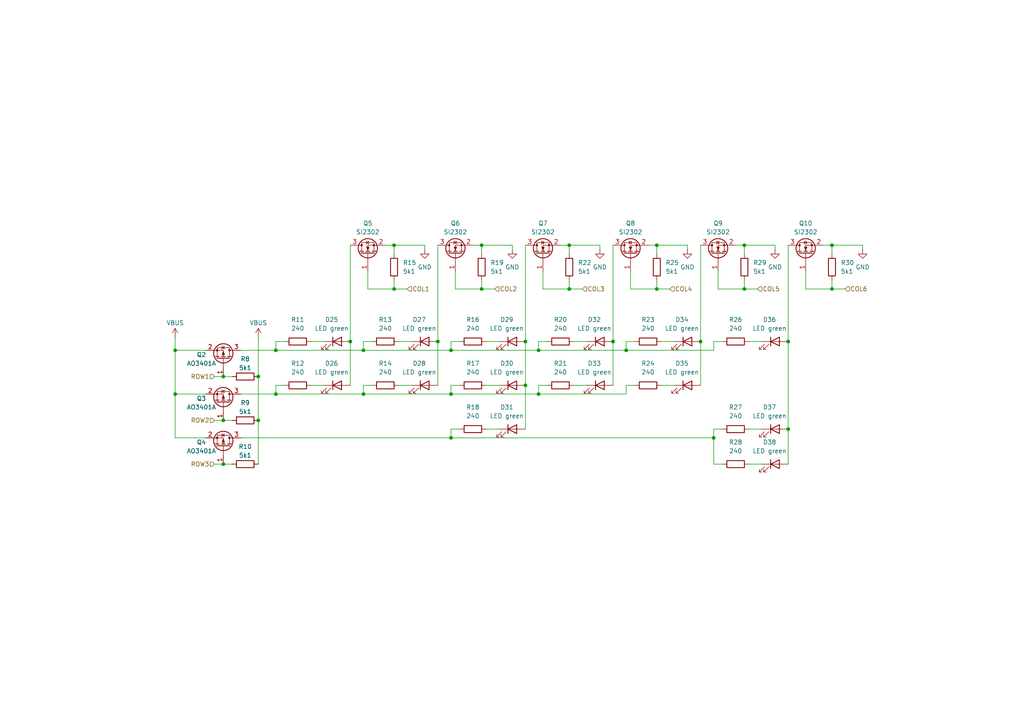
<source format=kicad_sch>
(kicad_sch (version 20231120) (generator "eeschema") (generator_version "8.0")
  (paper "A4")
  (lib_symbols
    (symbol "Device:LED" (pin_numbers hide) (pin_names (offset 1.016) hide)
      (property "Reference" "D" (at 0 2.54 0))
      (property "Value" "LED" (at 0 -2.54 0))
      (symbol "LED_0_1"
        (polyline (pts (xy -1.27 -1.27) (xy -1.27 1.27)) (stroke (width 0.254)))
        (polyline (pts (xy -1.27 0) (xy 1.27 0)))
        (polyline (pts (xy 1.27 -1.27) (xy 1.27 1.27) (xy -1.27 0) (xy 1.27 -1.27)) (stroke (width 0.254)))
        (polyline (pts (xy -3.048 -0.762) (xy -4.572 -2.286) (xy -3.81 -2.286) (xy -4.572 -2.286) (xy -4.572 -1.524)))
        (polyline (pts (xy -1.778 -0.762) (xy -3.302 -2.286) (xy -2.54 -2.286) (xy -3.302 -2.286) (xy -3.302 -1.524)))
      )
      (symbol "LED_1_1"
        (pin passive line (at -3.81 0 0) (length 2.54) (name "K") (number "1"))
        (pin passive line (at 3.81 0 180) (length 2.54) (name "A") (number "2"))
      )
    )
    (symbol "Device:R" (pin_numbers hide) (pin_names (offset 0))
      (property "Reference" "R" (at 2.032 0 90))
      (property "Value" "R" (at 0 0 90))
      (symbol "R_0_1"
        (rectangle (start -1.016 -2.54) (end 1.016 2.54) (stroke (width 0.254)))
      )
      (symbol "R_1_1"
        (pin passive line (at 0 3.81 270) (length 1.27) (name "~") (number "1"))
        (pin passive line (at 0 -3.81 90) (length 1.27) (name "~") (number "2"))
      )
    )
    (symbol "Transistor_FET:2N7002K" (pin_names hide)
      (property "Reference" "Q" (at 5.08 1.905 0))
      (property "Value" "2N7002K" (at 5.08 0 0))
      (symbol "2N7002K_0_1"
        (polyline (pts (xy 0.254 0) (xy -2.54 0)))
        (polyline (pts (xy 0.254 1.905) (xy 0.254 -1.905)) (stroke (width 0.254)))
        (polyline (pts (xy 0.762 -1.27) (xy 0.762 -2.286)) (stroke (width 0.254)))
        (polyline (pts (xy 0.762 0.508) (xy 0.762 -0.508)) (stroke (width 0.254)))
        (polyline (pts (xy 0.762 2.286) (xy 0.762 1.27)) (stroke (width 0.254)))
        (polyline (pts (xy 2.54 2.54) (xy 2.54 1.778)))
        (polyline (pts (xy 2.54 -2.54) (xy 2.54 0) (xy 0.762 0)))
        (polyline (pts (xy 0.762 -1.778) (xy 3.302 -1.778) (xy 3.302 1.778) (xy 0.762 1.778)))
        (polyline (pts (xy 1.016 0) (xy 2.032 0.381) (xy 2.032 -0.381) (xy 1.016 0)) (fill (type outline)))
        (polyline (pts (xy 2.794 0.508) (xy 2.921 0.381) (xy 3.683 0.381) (xy 3.81 0.254)))
        (polyline (pts (xy 3.302 0.381) (xy 2.921 -0.254) (xy 3.683 -0.254) (xy 3.302 0.381)))
        (circle (center 1.651 0) (radius 2.794) (stroke (width 0.254)))
        (circle (center 2.54 -1.778) (radius 0.254) (fill (type outline)))
        (circle (center 2.54 1.778) (radius 0.254) (fill (type outline)))
      )
      (symbol "2N7002K_1_1"
        (pin input line (at -5.08 0 0) (length 2.54) (name "G") (number "1"))
        (pin passive line (at 2.54 -5.08 90) (length 2.54) (name "S") (number "2"))
        (pin passive line (at 2.54 5.08 270) (length 2.54) (name "D") (number "3"))
      )
    )
    (symbol "Transistor_FET:AO3401A" (pin_names hide)
      (property "Reference" "Q" (at 5.08 1.905 0))
      (property "Value" "AO3401A" (at 5.08 0 0))
      (symbol "AO3401A_0_1"
        (polyline (pts (xy 0.254 0) (xy -2.54 0)))
        (polyline (pts (xy 0.254 1.905) (xy 0.254 -1.905)) (stroke (width 0.254)))
        (polyline (pts (xy 0.762 -1.27) (xy 0.762 -2.286)) (stroke (width 0.254)))
        (polyline (pts (xy 0.762 0.508) (xy 0.762 -0.508)) (stroke (width 0.254)))
        (polyline (pts (xy 0.762 2.286) (xy 0.762 1.27)) (stroke (width 0.254)))
        (polyline (pts (xy 2.54 2.54) (xy 2.54 1.778)))
        (polyline (pts (xy 2.54 -2.54) (xy 2.54 0) (xy 0.762 0)))
        (polyline (pts (xy 0.762 1.778) (xy 3.302 1.778) (xy 3.302 -1.778) (xy 0.762 -1.778)))
        (polyline (pts (xy 2.286 0) (xy 1.27 0.381) (xy 1.27 -0.381) (xy 2.286 0)) (fill (type outline)))
        (polyline (pts (xy 2.794 -0.508) (xy 2.921 -0.381) (xy 3.683 -0.381) (xy 3.81 -0.254)))
        (polyline (pts (xy 3.302 -0.381) (xy 2.921 0.254) (xy 3.683 0.254) (xy 3.302 -0.381)))
        (circle (center 1.651 0) (radius 2.794) (stroke (width 0.254)))
        (circle (center 2.54 -1.778) (radius 0.254) (fill (type outline)))
        (circle (center 2.54 1.778) (radius 0.254) (fill (type outline)))
      )
      (symbol "AO3401A_1_1"
        (pin input line (at -5.08 0 0) (length 2.54) (name "G") (number "1"))
        (pin passive line (at 2.54 -5.08 90) (length 2.54) (name "S") (number "2"))
        (pin passive line (at 2.54 5.08 270) (length 2.54) (name "D") (number "3"))
      )
    )
    (symbol "VBUS_1" (power) (pin_numbers hide) (pin_names (offset 0) hide)
      (property "Value" "VBUS" (at 0 3.556 0))
      (symbol "VBUS_1_0_1"
        (polyline (pts (xy -0.762 1.27) (xy 0 2.54)))
        (polyline (pts (xy 0 0) (xy 0 2.54)))
        (polyline (pts (xy 0 2.54) (xy 0.762 1.27)))
      )
      (symbol "VBUS_1_1_1"
        (pin power_in line (at 0 0 90) (length 0) (name "~") (number "1"))
      )
    )
    (symbol "power:GND" (power) (pin_numbers hide) (pin_names (offset 0) hide)
      (property "Value" "GND" (at 0 -3.81 0))
      (symbol "GND_0_1"
        (polyline (pts (xy 0 0) (xy 0 -1.27) (xy 1.27 -1.27) (xy 0 -2.54) (xy -1.27 -1.27) (xy 0 -1.27)))
      )
      (symbol "GND_1_1"
        (pin power_in line (at 0 0 270) (length 0) (name "~") (number "1"))
      )
    )
    (symbol "power:VBUS" (power) (pin_numbers hide) (pin_names (offset 0) hide)
      (property "Value" "VBUS" (at 0 3.556 0))
      (symbol "VBUS_0_1"
        (polyline (pts (xy -0.762 1.27) (xy 0 2.54)))
        (polyline (pts (xy 0 0) (xy 0 2.54)))
        (polyline (pts (xy 0 2.54) (xy 0.762 1.27)))
      )
      (symbol "VBUS_1_1"
        (pin power_in line (at 0 0 90) (length 0) (name "~") (number "1"))
      )
    )
  )
  (junction (at 152.4 111.76))
  (junction (at 190.5 71.12))
  (junction (at 50.8 114.3))
  (junction (at 215.9 83.82))
  (junction (at 101.6 99.06))
  (junction (at 228.6 99.06))
  (junction (at 139.7 71.12))
  (junction (at 215.9 71.12))
  (junction (at 181.61 101.6))
  (junction (at 127 99.06))
  (junction (at 207.01 127))
  (junction (at 190.5 83.82))
  (junction (at 105.41 101.6))
  (junction (at 105.41 114.3))
  (junction (at 74.93 121.92))
  (junction (at 156.21 114.3))
  (junction (at 64.77 121.92))
  (junction (at 139.7 83.82))
  (junction (at 130.81 101.6))
  (junction (at 241.3 83.82))
  (junction (at 114.3 71.12))
  (junction (at 228.6 124.46))
  (junction (at 80.01 114.3))
  (junction (at 80.01 101.6))
  (junction (at 64.77 109.22))
  (junction (at 156.21 101.6))
  (junction (at 152.4 99.06))
  (junction (at 130.81 127))
  (junction (at 50.8 101.6))
  (junction (at 114.3 83.82))
  (junction (at 177.8 99.06))
  (junction (at 165.1 83.82))
  (junction (at 74.93 109.22))
  (junction (at 130.81 114.3))
  (junction (at 165.1 71.12))
  (junction (at 241.3 71.12))
  (junction (at 203.2 99.06))
  (junction (at 64.77 134.62))
  (wire (pts (xy 157.48 78.74) (xy 157.48 83.82)))
  (wire (pts (xy 181.61 111.76) (xy 181.61 114.3)))
  (wire (pts (xy 190.5 71.12) (xy 190.5 73.66)))
  (wire (pts (xy 250.19 72.39) (xy 250.19 71.12)))
  (wire (pts (xy 69.85 101.6) (xy 80.01 101.6)))
  (wire (pts (xy 140.97 99.06) (xy 144.78 99.06)))
  (wire (pts (xy 130.81 99.06) (xy 130.81 101.6)))
  (wire (pts (xy 80.01 99.06) (xy 82.55 99.06)))
  (wire (pts (xy 228.6 71.12) (xy 228.6 99.06)))
  (wire (pts (xy 50.8 114.3) (xy 50.8 101.6)))
  (wire (pts (xy 59.69 127) (xy 50.8 127)))
  (wire (pts (xy 140.97 124.46) (xy 144.78 124.46)))
  (wire (pts (xy 132.08 83.82) (xy 139.7 83.82)))
  (wire (pts (xy 130.81 101.6) (xy 156.21 101.6)))
  (wire (pts (xy 90.17 111.76) (xy 93.98 111.76)))
  (wire (pts (xy 177.8 71.12) (xy 177.8 99.06)))
  (wire (pts (xy 139.7 83.82) (xy 143.51 83.82)))
  (wire (pts (xy 156.21 101.6) (xy 181.61 101.6)))
  (wire (pts (xy 241.3 71.12) (xy 241.3 73.66)))
  (wire (pts (xy 165.1 71.12) (xy 173.99 71.12)))
  (wire (pts (xy 114.3 71.12) (xy 123.19 71.12)))
  (wire (pts (xy 130.81 127) (xy 207.01 127)))
  (wire (pts (xy 59.69 114.3) (xy 50.8 114.3)))
  (wire (pts (xy 62.23 109.22) (xy 64.77 109.22)))
  (wire (pts (xy 130.81 99.06) (xy 133.35 99.06)))
  (wire (pts (xy 69.85 114.3) (xy 80.01 114.3)))
  (wire (pts (xy 105.41 114.3) (xy 130.81 114.3)))
  (wire (pts (xy 207.01 124.46) (xy 207.01 127)))
  (wire (pts (xy 190.5 81.28) (xy 190.5 83.82)))
  (wire (pts (xy 50.8 127) (xy 50.8 114.3)))
  (wire (pts (xy 173.99 72.39) (xy 173.99 71.12)))
  (wire (pts (xy 50.8 97.79) (xy 50.8 101.6)))
  (wire (pts (xy 162.56 71.12) (xy 165.1 71.12)))
  (wire (pts (xy 199.39 72.39) (xy 199.39 71.12)))
  (wire (pts (xy 152.4 99.06) (xy 152.4 111.76)))
  (wire (pts (xy 130.81 111.76) (xy 130.81 114.3)))
  (wire (pts (xy 156.21 111.76) (xy 158.75 111.76)))
  (wire (pts (xy 207.01 124.46) (xy 209.55 124.46)))
  (wire (pts (xy 156.21 99.06) (xy 156.21 101.6)))
  (wire (pts (xy 182.88 83.82) (xy 190.5 83.82)))
  (wire (pts (xy 241.3 71.12) (xy 250.19 71.12)))
  (wire (pts (xy 115.57 111.76) (xy 119.38 111.76)))
  (wire (pts (xy 140.97 111.76) (xy 144.78 111.76)))
  (wire (pts (xy 74.93 97.79) (xy 74.93 109.22)))
  (wire (pts (xy 215.9 71.12) (xy 224.79 71.12)))
  (wire (pts (xy 215.9 81.28) (xy 215.9 83.82)))
  (wire (pts (xy 191.77 99.06) (xy 195.58 99.06)))
  (wire (pts (xy 62.23 121.92) (xy 64.77 121.92)))
  (wire (pts (xy 228.6 124.46) (xy 228.6 134.62)))
  (wire (pts (xy 69.85 127) (xy 130.81 127)))
  (wire (pts (xy 130.81 111.76) (xy 133.35 111.76)))
  (wire (pts (xy 105.41 101.6) (xy 130.81 101.6)))
  (wire (pts (xy 90.17 99.06) (xy 93.98 99.06)))
  (wire (pts (xy 114.3 81.28) (xy 114.3 83.82)))
  (wire (pts (xy 64.77 121.92) (xy 67.31 121.92)))
  (wire (pts (xy 132.08 78.74) (xy 132.08 83.82)))
  (wire (pts (xy 115.57 99.06) (xy 119.38 99.06)))
  (wire (pts (xy 233.68 83.82) (xy 241.3 83.82)))
  (wire (pts (xy 165.1 81.28) (xy 165.1 83.82)))
  (wire (pts (xy 215.9 83.82) (xy 219.71 83.82)))
  (wire (pts (xy 148.59 72.39) (xy 148.59 71.12)))
  (wire (pts (xy 80.01 99.06) (xy 80.01 101.6)))
  (wire (pts (xy 80.01 111.76) (xy 80.01 114.3)))
  (wire (pts (xy 207.01 134.62) (xy 207.01 127)))
  (wire (pts (xy 152.4 71.12) (xy 152.4 99.06)))
  (wire (pts (xy 166.37 99.06) (xy 170.18 99.06)))
  (wire (pts (xy 165.1 71.12) (xy 165.1 73.66)))
  (wire (pts (xy 181.61 111.76) (xy 184.15 111.76)))
  (wire (pts (xy 74.93 121.92) (xy 74.93 134.62)))
  (wire (pts (xy 190.5 83.82) (xy 194.31 83.82)))
  (wire (pts (xy 105.41 99.06) (xy 107.95 99.06)))
  (wire (pts (xy 208.28 78.74) (xy 208.28 83.82)))
  (wire (pts (xy 207.01 99.06) (xy 209.55 99.06)))
  (wire (pts (xy 74.93 109.22) (xy 74.93 121.92)))
  (wire (pts (xy 156.21 111.76) (xy 156.21 114.3)))
  (wire (pts (xy 233.68 78.74) (xy 233.68 83.82)))
  (wire (pts (xy 137.16 71.12) (xy 139.7 71.12)))
  (wire (pts (xy 64.77 134.62) (xy 67.31 134.62)))
  (wire (pts (xy 106.68 78.74) (xy 106.68 83.82)))
  (wire (pts (xy 130.81 124.46) (xy 130.81 127)))
  (wire (pts (xy 105.41 111.76) (xy 105.41 114.3)))
  (wire (pts (xy 165.1 83.82) (xy 168.91 83.82)))
  (wire (pts (xy 105.41 99.06) (xy 105.41 101.6)))
  (wire (pts (xy 203.2 71.12) (xy 203.2 99.06)))
  (wire (pts (xy 157.48 83.82) (xy 165.1 83.82)))
  (wire (pts (xy 139.7 71.12) (xy 148.59 71.12)))
  (wire (pts (xy 181.61 99.06) (xy 181.61 101.6)))
  (wire (pts (xy 209.55 134.62) (xy 207.01 134.62)))
  (wire (pts (xy 181.61 99.06) (xy 184.15 99.06)))
  (wire (pts (xy 156.21 114.3) (xy 181.61 114.3)))
  (wire (pts (xy 101.6 99.06) (xy 101.6 111.76)))
  (wire (pts (xy 127 99.06) (xy 127 111.76)))
  (wire (pts (xy 182.88 78.74) (xy 182.88 83.82)))
  (wire (pts (xy 203.2 99.06) (xy 203.2 111.76)))
  (wire (pts (xy 130.81 124.46) (xy 133.35 124.46)))
  (wire (pts (xy 111.76 71.12) (xy 114.3 71.12)))
  (wire (pts (xy 217.17 124.46) (xy 220.98 124.46)))
  (wire (pts (xy 224.79 72.39) (xy 224.79 71.12)))
  (wire (pts (xy 213.36 71.12) (xy 215.9 71.12)))
  (wire (pts (xy 101.6 71.12) (xy 101.6 99.06)))
  (wire (pts (xy 139.7 81.28) (xy 139.7 83.82)))
  (wire (pts (xy 106.68 83.82) (xy 114.3 83.82)))
  (wire (pts (xy 130.81 114.3) (xy 156.21 114.3)))
  (wire (pts (xy 114.3 83.82) (xy 118.11 83.82)))
  (wire (pts (xy 80.01 114.3) (xy 105.41 114.3)))
  (wire (pts (xy 156.21 99.06) (xy 158.75 99.06)))
  (wire (pts (xy 228.6 99.06) (xy 228.6 124.46)))
  (wire (pts (xy 215.9 71.12) (xy 215.9 73.66)))
  (wire (pts (xy 207.01 99.06) (xy 207.01 101.6)))
  (wire (pts (xy 62.23 134.62) (xy 64.77 134.62)))
  (wire (pts (xy 181.61 101.6) (xy 207.01 101.6)))
  (wire (pts (xy 241.3 81.28) (xy 241.3 83.82)))
  (wire (pts (xy 64.77 109.22) (xy 67.31 109.22)))
  (wire (pts (xy 80.01 101.6) (xy 105.41 101.6)))
  (wire (pts (xy 190.5 71.12) (xy 199.39 71.12)))
  (wire (pts (xy 50.8 101.6) (xy 59.69 101.6)))
  (wire (pts (xy 187.96 71.12) (xy 190.5 71.12)))
  (wire (pts (xy 166.37 111.76) (xy 170.18 111.76)))
  (wire (pts (xy 152.4 111.76) (xy 152.4 124.46)))
  (wire (pts (xy 177.8 99.06) (xy 177.8 111.76)))
  (wire (pts (xy 139.7 71.12) (xy 139.7 73.66)))
  (wire (pts (xy 114.3 71.12) (xy 114.3 73.66)))
  (wire (pts (xy 241.3 83.82) (xy 245.11 83.82)))
  (wire (pts (xy 127 71.12) (xy 127 99.06)))
  (wire (pts (xy 105.41 111.76) (xy 107.95 111.76)))
  (wire (pts (xy 80.01 111.76) (xy 82.55 111.76)))
  (wire (pts (xy 191.77 111.76) (xy 195.58 111.76)))
  (wire (pts (xy 208.28 83.82) (xy 215.9 83.82)))
  (wire (pts (xy 123.19 72.39) (xy 123.19 71.12)))
  (wire (pts (xy 238.76 71.12) (xy 241.3 71.12)))
  (wire (pts (xy 217.17 99.06) (xy 220.98 99.06)))
  (wire (pts (xy 217.17 134.62) (xy 220.98 134.62)))
  (hierarchical_label "COL4" (shape input) (at 194.31 83.82 0))
  (hierarchical_label "COL3" (shape input) (at 168.91 83.82 0))
  (hierarchical_label "COL6" (shape input) (at 245.11 83.82 0))
  (hierarchical_label "COL2" (shape input) (at 143.51 83.82 0))
  (hierarchical_label "ROW2" (shape input) (at 62.23 121.92 180))
  (hierarchical_label "ROW3" (shape input) (at 62.23 134.62 180))
  (hierarchical_label "COL5" (shape input) (at 219.71 83.82 0))
  (hierarchical_label "ROW1" (shape input) (at 62.23 109.22 180))
  (hierarchical_label "COL1" (shape input) (at 118.11 83.82 0))
  (symbol (lib_id "Device:R") (at 137.16 124.46 90) (unit 1)
    (property "Reference" "R18" (at 137.16 118.11 90))
    (property "Value" "240" (at 137.16 120.65 90))
    (property "Footprint" "Resistor_SMD:R_0805_2012Metric" (effects (hide yes)))
    (property "Datasheet" "https://www.lcsc.com/datasheet/lcsc_datasheet_2206010200_UNI-ROYAL-Uniroyal-Elec-0805W8F2400T5E_C17572.pdf" (effects (hide yes)))
    (property "JLCPCB Part" "C17572" (effects (hide yes)))
    (property "Manufracturer" "UNI-ROYAL(Uniroyal Elec)" (effects (hide yes)))
    (property "Manufracturer Part Number" "0805W8F2400T5E" (effects (hide yes)))
  )
  (symbol (lib_id "Device:R") (at 139.7 77.47 180) (unit 1)
    (property "Reference" "R19" (at 142.24 76.2 0) (effects (justify right)))
    (property "Value" "5k1" (at 142.24 78.74 0) (effects (justify right)))
    (property "Footprint" "Resistor_SMD:R_0603_1608Metric" (effects (hide yes)))
    (property "Datasheet" "https://www.lcsc.com/datasheet/lcsc_datasheet_2206010116_UNI-ROYAL-Uniroyal-Elec-0603WAF5101T5E_C23186.pdf" (effects (hide yes)))
    (property "JLCPCB Part" "C23186" (effects (hide yes)))
    (property "Manufracturer" "UNI-ROYAL(Uniroyal Elec)" (effects (hide yes)))
    (property "Manufracturer Part Number" "0603WAF5101T5E" (effects (hide yes)))
  )
  (symbol (lib_id "power:GND") (at 173.99 72.39 0) (unit 1)
    (property "Reference" "#PWR014" (effects (hide yes)))
    (property "Value" "GND" (at 173.99 77.47 0))
    (property "Description" "Power symbol creates a global label with name \"GND\" , ground" (effects (hide yes)))
  )
  (symbol (lib_name "VBUS_1") (lib_id "power:VBUS") (at 50.8 97.79 0) (unit 1)
    (property "Reference" "#PWR010" (effects (hide yes)))
    (property "Value" "VBUS" (at 50.8 93.6569 0))
    (property "Description" "Power symbol creates a global label with name \"VBUS\"" (effects (hide yes)))
  )
  (symbol (lib_id "Transistor_FET:2N7002K") (at 157.48 73.66 90) (unit 1)
    (property "Reference" "Q7" (at 157.48 64.77 90))
    (property "Value" "SI2302" (at 157.48 67.31 90))
    (property "Footprint" "Package_TO_SOT_SMD:SOT-23" (effects (hide yes)))
    (property "Datasheet" "https://www.diodes.com/assets/Datasheets/ds30896.pdf" (effects (hide yes)))
    (property "Description" "0.38A Id, 60V Vds, N-Channel MOSFET, SOT-23" (effects (hide yes)))
    (property "Manufracturer" "YONGYUTAI" (effects (hide yes)))
    (property "Manufracturer Part Number" "SI2302" (effects (hide yes)))
    (property "JLCPCB Part" "C2891732" (effects (hide yes)))
  )
  (symbol (lib_id "Device:LED") (at 173.99 111.76 0) (unit 1)
    (property "Reference" "D33" (at 172.4025 105.41 0))
    (property "Value" "LED green" (at 172.4025 107.95 0))
    (property "Footprint" "LED_SMD:LED_0805_2012Metric" (effects (hide yes)))
    (property "Datasheet" "https://www.lcsc.com/datasheet/lcsc_datasheet_2402181505_XINGLIGHT-XL-2012SYGC_C965816.pdf" (effects (hide yes)))
    (property "JLCPCB Part" "C965816" (effects (hide yes)))
    (property "Manufracturer" "XINGLIGHT" (effects (hide yes)))
    (property "Manufracturer Part Number" "XL-2012SYGC" (effects (hide yes)))
  )
  (symbol (lib_id "Device:R") (at 111.76 99.06 90) (unit 1)
    (property "Reference" "R13" (at 111.76 92.71 90))
    (property "Value" "240" (at 111.76 95.25 90))
    (property "Footprint" "Resistor_SMD:R_0805_2012Metric" (effects (hide yes)))
    (property "Datasheet" "https://www.lcsc.com/datasheet/lcsc_datasheet_2206010200_UNI-ROYAL-Uniroyal-Elec-0805W8F2400T5E_C17572.pdf" (effects (hide yes)))
    (property "JLCPCB Part" "C17572" (effects (hide yes)))
    (property "Manufracturer" "UNI-ROYAL(Uniroyal Elec)" (effects (hide yes)))
    (property "Manufracturer Part Number" "0805W8F2400T5E" (effects (hide yes)))
  )
  (symbol (lib_id "Device:LED") (at 224.79 124.46 0) (unit 1)
    (property "Reference" "D37" (at 223.2025 118.11 0))
    (property "Value" "LED green" (at 223.2025 120.65 0))
    (property "Footprint" "LED_SMD:LED_0805_2012Metric" (effects (hide yes)))
    (property "Datasheet" "https://www.lcsc.com/datasheet/lcsc_datasheet_2402181505_XINGLIGHT-XL-2012SYGC_C965816.pdf" (effects (hide yes)))
    (property "JLCPCB Part" "C965816" (effects (hide yes)))
    (property "Manufracturer" "XINGLIGHT" (effects (hide yes)))
    (property "Manufracturer Part Number" "XL-2012SYGC" (effects (hide yes)))
  )
  (symbol (lib_id "Device:LED") (at 173.99 99.06 0) (unit 1)
    (property "Reference" "D32" (at 172.4025 92.71 0))
    (property "Value" "LED green" (at 172.4025 95.25 0))
    (property "Footprint" "LED_SMD:LED_0805_2012Metric" (effects (hide yes)))
    (property "Datasheet" "https://www.lcsc.com/datasheet/lcsc_datasheet_2402181505_XINGLIGHT-XL-2012SYGC_C965816.pdf" (effects (hide yes)))
    (property "JLCPCB Part" "C965816" (effects (hide yes)))
    (property "Manufracturer" "XINGLIGHT" (effects (hide yes)))
    (property "Manufracturer Part Number" "XL-2012SYGC" (effects (hide yes)))
  )
  (symbol (lib_id "Transistor_FET:2N7002K") (at 208.28 73.66 90) (unit 1)
    (property "Reference" "Q9" (at 208.28 64.77 90))
    (property "Value" "SI2302" (at 208.28 67.31 90))
    (property "Footprint" "Package_TO_SOT_SMD:SOT-23" (effects (hide yes)))
    (property "Datasheet" "https://www.diodes.com/assets/Datasheets/ds30896.pdf" (effects (hide yes)))
    (property "Description" "0.38A Id, 60V Vds, N-Channel MOSFET, SOT-23" (effects (hide yes)))
    (property "Manufracturer" "YONGYUTAI" (effects (hide yes)))
    (property "Manufracturer Part Number" "SI2302" (effects (hide yes)))
    (property "JLCPCB Part" "C2891732" (effects (hide yes)))
  )
  (symbol (lib_id "Device:R") (at 111.76 111.76 90) (unit 1)
    (property "Reference" "R14" (at 111.76 105.41 90))
    (property "Value" "240" (at 111.76 107.95 90))
    (property "Footprint" "Resistor_SMD:R_0805_2012Metric" (effects (hide yes)))
    (property "Datasheet" "https://www.lcsc.com/datasheet/lcsc_datasheet_2206010200_UNI-ROYAL-Uniroyal-Elec-0805W8F2400T5E_C17572.pdf" (effects (hide yes)))
    (property "JLCPCB Part" "C17572" (effects (hide yes)))
    (property "Manufracturer" "UNI-ROYAL(Uniroyal Elec)" (effects (hide yes)))
    (property "Manufracturer Part Number" "0805W8F2400T5E" (effects (hide yes)))
  )
  (symbol (lib_id "Device:R") (at 241.3 77.47 180) (unit 1)
    (property "Reference" "R30" (at 243.84 76.2 0) (effects (justify right)))
    (property "Value" "5k1" (at 243.84 78.74 0) (effects (justify right)))
    (property "Footprint" "Resistor_SMD:R_0603_1608Metric" (effects (hide yes)))
    (property "Datasheet" "https://www.lcsc.com/datasheet/lcsc_datasheet_2206010116_UNI-ROYAL-Uniroyal-Elec-0603WAF5101T5E_C23186.pdf" (effects (hide yes)))
    (property "JLCPCB Part" "C23186" (effects (hide yes)))
    (property "Manufracturer" "UNI-ROYAL(Uniroyal Elec)" (effects (hide yes)))
    (property "Manufracturer Part Number" "0603WAF5101T5E" (effects (hide yes)))
  )
  (symbol (lib_id "power:GND") (at 250.19 72.39 0) (unit 1)
    (property "Reference" "#PWR017" (effects (hide yes)))
    (property "Value" "GND" (at 250.19 77.47 0))
    (property "Description" "Power symbol creates a global label with name \"GND\" , ground" (effects (hide yes)))
  )
  (symbol (lib_id "Device:LED") (at 148.59 124.46 0) (unit 1)
    (property "Reference" "D31" (at 147.0025 118.11 0))
    (property "Value" "LED green" (at 147.0025 120.65 0))
    (property "Footprint" "LED_SMD:LED_0805_2012Metric" (effects (hide yes)))
    (property "Datasheet" "https://www.lcsc.com/datasheet/lcsc_datasheet_2402181505_XINGLIGHT-XL-2012SYGC_C965816.pdf" (effects (hide yes)))
    (property "JLCPCB Part" "C965816" (effects (hide yes)))
    (property "Manufracturer" "XINGLIGHT" (effects (hide yes)))
    (property "Manufracturer Part Number" "XL-2012SYGC" (effects (hide yes)))
  )
  (symbol (lib_id "Device:LED") (at 224.79 134.62 0) (unit 1)
    (property "Reference" "D38" (at 223.2025 128.27 0))
    (property "Value" "LED green" (at 223.2025 130.81 0))
    (property "Footprint" "LED_SMD:LED_0805_2012Metric" (effects (hide yes)))
    (property "Datasheet" "https://www.lcsc.com/datasheet/lcsc_datasheet_2402181505_XINGLIGHT-XL-2012SYGC_C965816.pdf" (effects (hide yes)))
    (property "JLCPCB Part" "C965816" (effects (hide yes)))
    (property "Manufracturer" "XINGLIGHT" (effects (hide yes)))
    (property "Manufracturer Part Number" "XL-2012SYGC" (effects (hide yes)))
  )
  (symbol (lib_id "power:GND") (at 199.39 72.39 0) (unit 1)
    (property "Reference" "#PWR015" (effects (hide yes)))
    (property "Value" "GND" (at 199.39 77.47 0))
    (property "Description" "Power symbol creates a global label with name \"GND\" , ground" (effects (hide yes)))
  )
  (symbol (lib_id "Device:LED") (at 199.39 99.06 0) (unit 1)
    (property "Reference" "D34" (at 197.8025 92.71 0))
    (property "Value" "LED green" (at 197.8025 95.25 0))
    (property "Footprint" "LED_SMD:LED_0805_2012Metric" (effects (hide yes)))
    (property "Datasheet" "https://www.lcsc.com/datasheet/lcsc_datasheet_2402181505_XINGLIGHT-XL-2012SYGC_C965816.pdf" (effects (hide yes)))
    (property "JLCPCB Part" "C965816" (effects (hide yes)))
    (property "Manufracturer" "XINGLIGHT" (effects (hide yes)))
    (property "Manufracturer Part Number" "XL-2012SYGC" (effects (hide yes)))
  )
  (symbol (lib_id "Device:R") (at 86.36 99.06 90) (unit 1)
    (property "Reference" "R11" (at 86.36 92.71 90))
    (property "Value" "240" (at 86.36 95.25 90))
    (property "Footprint" "Resistor_SMD:R_0805_2012Metric" (effects (hide yes)))
    (property "Datasheet" "https://www.lcsc.com/datasheet/lcsc_datasheet_2206010200_UNI-ROYAL-Uniroyal-Elec-0805W8F2400T5E_C17572.pdf" (effects (hide yes)))
    (property "JLCPCB Part" "C17572" (effects (hide yes)))
    (property "Manufracturer" "UNI-ROYAL(Uniroyal Elec)" (effects (hide yes)))
    (property "Manufracturer Part Number" "0805W8F2400T5E" (effects (hide yes)))
  )
  (symbol (lib_id "Transistor_FET:AO3401A") (at 64.77 104.14 270) (mirror x) (unit 1)
    (property "Reference" "Q2" (at 58.42 102.87 90))
    (property "Value" "AO3401A" (at 58.42 105.41 90))
    (property "Footprint" "Package_TO_SOT_SMD:SOT-23" (effects (hide yes)))
    (property "Datasheet" "http://www.aosmd.com/pdfs/datasheet/AO3401A.pdf" (effects (hide yes)))
    (property "Description" "-4.0A Id, -30V Vds, P-Channel MOSFET, SOT-23" (effects (hide yes)))
    (property "JLCPCB Part" "C2891730" (effects (hide yes)))
    (property "Manufracturer" "YONGYUTAI" (effects (hide yes)))
    (property "Manufracturer Part Number" "AO3401" (effects (hide yes)))
  )
  (symbol (lib_id "Device:R") (at 213.36 99.06 90) (unit 1)
    (property "Reference" "R26" (at 213.36 92.71 90))
    (property "Value" "240" (at 213.36 95.25 90))
    (property "Footprint" "Resistor_SMD:R_0805_2012Metric" (effects (hide yes)))
    (property "Datasheet" "https://www.lcsc.com/datasheet/lcsc_datasheet_2206010200_UNI-ROYAL-Uniroyal-Elec-0805W8F2400T5E_C17572.pdf" (effects (hide yes)))
    (property "JLCPCB Part" "C17572" (effects (hide yes)))
    (property "Manufracturer" "UNI-ROYAL(Uniroyal Elec)" (effects (hide yes)))
    (property "Manufracturer Part Number" "0805W8F2400T5E" (effects (hide yes)))
  )
  (symbol (lib_id "Transistor_FET:AO3401A") (at 64.77 116.84 270) (mirror x) (unit 1)
    (property "Reference" "Q3" (at 58.42 115.57 90))
    (property "Value" "AO3401A" (at 58.42 118.11 90))
    (property "Footprint" "Package_TO_SOT_SMD:SOT-23" (effects (hide yes)))
    (property "Datasheet" "https://www.lcsc.com/datasheet/lcsc_datasheet_2109011130_YONGYUTAI-AO3401_C2891730.pdf" (effects (hide yes)))
    (property "JLCPCB Part" "C2891730" (effects (hide yes)))
    (property "Manufracturer" "YONGYUTAI" (effects (hide yes)))
    (property "Manufracturer Part Number" "AO3401" (effects (hide yes)))
  )
  (symbol (lib_id "Transistor_FET:2N7002K") (at 233.68 73.66 90) (unit 1)
    (property "Reference" "Q10" (at 233.68 64.77 90))
    (property "Value" "SI2302" (at 233.68 67.31 90))
    (property "Footprint" "Package_TO_SOT_SMD:SOT-23" (effects (hide yes)))
    (property "Datasheet" "https://www.diodes.com/assets/Datasheets/ds30896.pdf" (effects (hide yes)))
    (property "Description" "0.38A Id, 60V Vds, N-Channel MOSFET, SOT-23" (effects (hide yes)))
    (property "Manufracturer" "YONGYUTAI" (effects (hide yes)))
    (property "Manufracturer Part Number" "SI2302" (effects (hide yes)))
    (property "JLCPCB Part" "C2891732" (effects (hide yes)))
  )
  (symbol (lib_id "Device:LED") (at 97.79 99.06 0) (unit 1)
    (property "Reference" "D25" (at 96.2025 92.71 0))
    (property "Value" "LED green" (at 96.2025 95.25 0))
    (property "Footprint" "LED_SMD:LED_0805_2012Metric" (effects (hide yes)))
    (property "Datasheet" "https://www.lcsc.com/datasheet/lcsc_datasheet_2402181505_XINGLIGHT-XL-2012SYGC_C965816.pdf" (effects (hide yes)))
    (property "JLCPCB Part" "C965816" (effects (hide yes)))
    (property "Manufracturer" "XINGLIGHT" (effects (hide yes)))
    (property "Manufracturer Part Number" "XL-2012SYGC" (effects (hide yes)))
  )
  (symbol (lib_id "Device:R") (at 213.36 134.62 90) (unit 1)
    (property "Reference" "R28" (at 213.36 128.27 90))
    (property "Value" "240" (at 213.36 130.81 90))
    (property "Footprint" "Resistor_SMD:R_0805_2012Metric" (effects (hide yes)))
    (property "Datasheet" "https://www.lcsc.com/datasheet/lcsc_datasheet_2206010200_UNI-ROYAL-Uniroyal-Elec-0805W8F2400T5E_C17572.pdf" (effects (hide yes)))
    (property "JLCPCB Part" "C17572" (effects (hide yes)))
    (property "Manufracturer" "UNI-ROYAL(Uniroyal Elec)" (effects (hide yes)))
    (property "Manufracturer Part Number" "0805W8F2400T5E" (effects (hide yes)))
  )
  (symbol (lib_id "Device:R") (at 162.56 99.06 90) (unit 1)
    (property "Reference" "R20" (at 162.56 92.71 90))
    (property "Value" "240" (at 162.56 95.25 90))
    (property "Footprint" "Resistor_SMD:R_0805_2012Metric" (effects (hide yes)))
    (property "Datasheet" "https://www.lcsc.com/datasheet/lcsc_datasheet_2206010200_UNI-ROYAL-Uniroyal-Elec-0805W8F2400T5E_C17572.pdf" (effects (hide yes)))
    (property "JLCPCB Part" "C17572" (effects (hide yes)))
    (property "Manufracturer" "UNI-ROYAL(Uniroyal Elec)" (effects (hide yes)))
    (property "Manufracturer Part Number" "0805W8F2400T5E" (effects (hide yes)))
  )
  (symbol (lib_id "Device:R") (at 213.36 124.46 90) (unit 1)
    (property "Reference" "R27" (at 213.36 118.11 90))
    (property "Value" "240" (at 213.36 120.65 90))
    (property "Footprint" "Resistor_SMD:R_0805_2012Metric" (effects (hide yes)))
    (property "Datasheet" "https://www.lcsc.com/datasheet/lcsc_datasheet_2206010200_UNI-ROYAL-Uniroyal-Elec-0805W8F2400T5E_C17572.pdf" (effects (hide yes)))
    (property "JLCPCB Part" "C17572" (effects (hide yes)))
    (property "Manufracturer" "UNI-ROYAL(Uniroyal Elec)" (effects (hide yes)))
    (property "Manufracturer Part Number" "0805W8F2400T5E" (effects (hide yes)))
  )
  (symbol (lib_id "Device:R") (at 162.56 111.76 90) (unit 1)
    (property "Reference" "R21" (at 162.56 105.41 90))
    (property "Value" "240" (at 162.56 107.95 90))
    (property "Footprint" "Resistor_SMD:R_0805_2012Metric" (effects (hide yes)))
    (property "Datasheet" "https://www.lcsc.com/datasheet/lcsc_datasheet_2206010200_UNI-ROYAL-Uniroyal-Elec-0805W8F2400T5E_C17572.pdf" (effects (hide yes)))
    (property "JLCPCB Part" "C17572" (effects (hide yes)))
    (property "Manufracturer" "UNI-ROYAL(Uniroyal Elec)" (effects (hide yes)))
    (property "Manufracturer Part Number" "0805W8F2400T5E" (effects (hide yes)))
  )
  (symbol (lib_id "Device:R") (at 190.5 77.47 180) (unit 1)
    (property "Reference" "R25" (at 193.04 76.2 0) (effects (justify right)))
    (property "Value" "5k1" (at 193.04 78.74 0) (effects (justify right)))
    (property "Footprint" "Resistor_SMD:R_0603_1608Metric" (effects (hide yes)))
    (property "Datasheet" "https://www.lcsc.com/datasheet/lcsc_datasheet_2206010116_UNI-ROYAL-Uniroyal-Elec-0603WAF5101T5E_C23186.pdf" (effects (hide yes)))
    (property "JLCPCB Part" "C23186" (effects (hide yes)))
    (property "Manufracturer" "UNI-ROYAL(Uniroyal Elec)" (effects (hide yes)))
    (property "Manufracturer Part Number" "0603WAF5101T5E" (effects (hide yes)))
  )
  (symbol (lib_id "Device:R") (at 71.12 109.22 270) (unit 1)
    (property "Reference" "R8" (at 71.12 104.14 90))
    (property "Value" "5k1" (at 71.12 106.68 90))
    (property "Footprint" "Resistor_SMD:R_0603_1608Metric" (effects (hide yes)))
    (property "Datasheet" "https://www.lcsc.com/datasheet/lcsc_datasheet_2206010116_UNI-ROYAL-Uniroyal-Elec-0603WAF5101T5E_C23186.pdf" (effects (hide yes)))
    (property "JLCPCB Part" "C23186" (effects (hide yes)))
    (property "Manufracturer" "UNI-ROYAL(Uniroyal Elec)" (effects (hide yes)))
    (property "Manufracturer Part Number" "0603WAF5101T5E" (effects (hide yes)))
  )
  (symbol (lib_id "Device:R") (at 165.1 77.47 180) (unit 1)
    (property "Reference" "R22" (at 167.64 76.2 0) (effects (justify right)))
    (property "Value" "5k1" (at 167.64 78.74 0) (effects (justify right)))
    (property "Footprint" "Resistor_SMD:R_0603_1608Metric" (effects (hide yes)))
    (property "Datasheet" "https://www.lcsc.com/datasheet/lcsc_datasheet_2206010116_UNI-ROYAL-Uniroyal-Elec-0603WAF5101T5E_C23186.pdf" (effects (hide yes)))
    (property "JLCPCB Part" "C23186" (effects (hide yes)))
    (property "Manufracturer" "UNI-ROYAL(Uniroyal Elec)" (effects (hide yes)))
    (property "Manufracturer Part Number" "0603WAF5101T5E" (effects (hide yes)))
  )
  (symbol (lib_id "Device:R") (at 187.96 99.06 90) (unit 1)
    (property "Reference" "R23" (at 187.96 92.71 90))
    (property "Value" "240" (at 187.96 95.25 90))
    (property "Footprint" "Resistor_SMD:R_0805_2012Metric" (effects (hide yes)))
    (property "Datasheet" "https://www.lcsc.com/datasheet/lcsc_datasheet_2206010200_UNI-ROYAL-Uniroyal-Elec-0805W8F2400T5E_C17572.pdf" (effects (hide yes)))
    (property "JLCPCB Part" "C17572" (effects (hide yes)))
    (property "Manufracturer" "UNI-ROYAL(Uniroyal Elec)" (effects (hide yes)))
    (property "Manufracturer Part Number" "0805W8F2400T5E" (effects (hide yes)))
  )
  (symbol (lib_id "Device:LED") (at 97.79 111.76 0) (unit 1)
    (property "Reference" "D26" (at 96.2025 105.41 0))
    (property "Value" "LED green" (at 96.2025 107.95 0))
    (property "Footprint" "LED_SMD:LED_0805_2012Metric" (effects (hide yes)))
    (property "Datasheet" "https://www.lcsc.com/datasheet/lcsc_datasheet_2402181505_XINGLIGHT-XL-2012SYGC_C965816.pdf" (effects (hide yes)))
    (property "JLCPCB Part" "C965816" (effects (hide yes)))
    (property "Manufracturer" "XINGLIGHT" (effects (hide yes)))
    (property "Manufracturer Part Number" "XL-2012SYGC" (effects (hide yes)))
  )
  (symbol (lib_id "Device:LED") (at 148.59 111.76 0) (unit 1)
    (property "Reference" "D30" (at 147.0025 105.41 0))
    (property "Value" "LED green" (at 147.0025 107.95 0))
    (property "Footprint" "LED_SMD:LED_0805_2012Metric" (effects (hide yes)))
    (property "Datasheet" "https://www.lcsc.com/datasheet/lcsc_datasheet_2402181505_XINGLIGHT-XL-2012SYGC_C965816.pdf" (effects (hide yes)))
    (property "JLCPCB Part" "C965816" (effects (hide yes)))
    (property "Manufracturer" "XINGLIGHT" (effects (hide yes)))
    (property "Manufracturer Part Number" "XL-2012SYGC" (effects (hide yes)))
  )
  (symbol (lib_id "Transistor_FET:AO3401A") (at 64.77 129.54 270) (mirror x) (unit 1)
    (property "Reference" "Q4" (at 58.42 128.27 90))
    (property "Value" "AO3401A" (at 58.42 130.81 90))
    (property "Footprint" "Package_TO_SOT_SMD:SOT-23" (effects (hide yes)))
    (property "Datasheet" "https://www.lcsc.com/datasheet/lcsc_datasheet_2109011130_YONGYUTAI-AO3401_C2891730.pdf" (effects (hide yes)))
    (property "JLCPCB Part" "C2891730" (effects (hide yes)))
    (property "Manufracturer" "YONGYUTAI" (effects (hide yes)))
    (property "Manufracturer Part Number" "AO3401" (effects (hide yes)))
  )
  (symbol (lib_id "Device:R") (at 215.9 77.47 180) (unit 1)
    (property "Reference" "R29" (at 218.44 76.2 0) (effects (justify right)))
    (property "Value" "5k1" (at 218.44 78.74 0) (effects (justify right)))
    (property "Footprint" "Resistor_SMD:R_0603_1608Metric" (effects (hide yes)))
    (property "Datasheet" "https://www.lcsc.com/datasheet/lcsc_datasheet_2206010116_UNI-ROYAL-Uniroyal-Elec-0603WAF5101T5E_C23186.pdf" (effects (hide yes)))
    (property "JLCPCB Part" "C23186" (effects (hide yes)))
    (property "Manufracturer" "UNI-ROYAL(Uniroyal Elec)" (effects (hide yes)))
    (property "Manufracturer Part Number" "0603WAF5101T5E" (effects (hide yes)))
  )
  (symbol (lib_id "Device:R") (at 137.16 99.06 90) (unit 1)
    (property "Reference" "R16" (at 137.16 92.71 90))
    (property "Value" "240" (at 137.16 95.25 90))
    (property "Footprint" "Resistor_SMD:R_0805_2012Metric" (effects (hide yes)))
    (property "Datasheet" "https://www.lcsc.com/datasheet/lcsc_datasheet_2206010200_UNI-ROYAL-Uniroyal-Elec-0805W8F2400T5E_C17572.pdf" (effects (hide yes)))
    (property "JLCPCB Part" "C17572" (effects (hide yes)))
    (property "Manufracturer" "UNI-ROYAL(Uniroyal Elec)" (effects (hide yes)))
    (property "Manufracturer Part Number" "0805W8F2400T5E" (effects (hide yes)))
  )
  (symbol (lib_id "Transistor_FET:2N7002K") (at 182.88 73.66 90) (unit 1)
    (property "Reference" "Q8" (at 182.88 64.77 90))
    (property "Value" "SI2302" (at 182.88 67.31 90))
    (property "Footprint" "Package_TO_SOT_SMD:SOT-23" (effects (hide yes)))
    (property "Datasheet" "https://www.diodes.com/assets/Datasheets/ds30896.pdf" (effects (hide yes)))
    (property "Description" "0.38A Id, 60V Vds, N-Channel MOSFET, SOT-23" (effects (hide yes)))
    (property "Manufracturer" "YONGYUTAI" (effects (hide yes)))
    (property "Manufracturer Part Number" "SI2302" (effects (hide yes)))
    (property "JLCPCB Part" "C2891732" (effects (hide yes)))
  )
  (symbol (lib_id "Device:R") (at 86.36 111.76 90) (unit 1)
    (property "Reference" "R12" (at 86.36 105.41 90))
    (property "Value" "240" (at 86.36 107.95 90))
    (property "Footprint" "Resistor_SMD:R_0805_2012Metric" (effects (hide yes)))
    (property "Datasheet" "https://www.lcsc.com/datasheet/lcsc_datasheet_2206010200_UNI-ROYAL-Uniroyal-Elec-0805W8F2400T5E_C17572.pdf" (effects (hide yes)))
    (property "JLCPCB Part" "C17572" (effects (hide yes)))
    (property "Manufracturer" "UNI-ROYAL(Uniroyal Elec)" (effects (hide yes)))
    (property "Manufracturer Part Number" "0805W8F2400T5E" (effects (hide yes)))
  )
  (symbol (lib_id "power:GND") (at 224.79 72.39 0) (unit 1)
    (property "Reference" "#PWR016" (effects (hide yes)))
    (property "Value" "GND" (at 224.79 77.47 0))
    (property "Description" "Power symbol creates a global label with name \"GND\" , ground" (effects (hide yes)))
  )
  (symbol (lib_id "power:GND") (at 123.19 72.39 0) (unit 1)
    (property "Reference" "#PWR012" (effects (hide yes)))
    (property "Value" "GND" (at 123.19 77.47 0))
    (property "Description" "Power symbol creates a global label with name \"GND\" , ground" (effects (hide yes)))
  )
  (symbol (lib_id "Device:LED") (at 224.79 99.06 0) (unit 1)
    (property "Reference" "D36" (at 223.2025 92.71 0))
    (property "Value" "LED green" (at 223.2025 95.25 0))
    (property "Footprint" "LED_SMD:LED_0805_2012Metric" (effects (hide yes)))
    (property "Datasheet" "https://www.lcsc.com/datasheet/lcsc_datasheet_2402181505_XINGLIGHT-XL-2012SYGC_C965816.pdf" (effects (hide yes)))
    (property "JLCPCB Part" "C965816" (effects (hide yes)))
    (property "Manufracturer" "XINGLIGHT" (effects (hide yes)))
    (property "Manufracturer Part Number" "XL-2012SYGC" (effects (hide yes)))
  )
  (symbol (lib_id "Device:R") (at 114.3 77.47 180) (unit 1)
    (property "Reference" "R15" (at 116.84 76.2 0) (effects (justify right)))
    (property "Value" "5k1" (at 116.84 78.74 0) (effects (justify right)))
    (property "Footprint" "Resistor_SMD:R_0603_1608Metric" (effects (hide yes)))
    (property "Datasheet" "https://www.lcsc.com/datasheet/lcsc_datasheet_2206010116_UNI-ROYAL-Uniroyal-Elec-0603WAF5101T5E_C23186.pdf" (effects (hide yes)))
    (property "JLCPCB Part" "C23186" (effects (hide yes)))
    (property "Manufracturer" "UNI-ROYAL(Uniroyal Elec)" (effects (hide yes)))
    (property "Manufracturer Part Number" "0603WAF5101T5E" (effects (hide yes)))
  )
  (symbol (lib_id "Device:R") (at 71.12 134.62 270) (unit 1)
    (property "Reference" "R10" (at 71.12 129.54 90))
    (property "Value" "5k1" (at 71.12 132.08 90))
    (property "Footprint" "Resistor_SMD:R_0603_1608Metric" (effects (hide yes)))
    (property "Datasheet" "https://www.lcsc.com/datasheet/lcsc_datasheet_2206010116_UNI-ROYAL-Uniroyal-Elec-0603WAF5101T5E_C23186.pdf" (effects (hide yes)))
    (property "JLCPCB Part" "C23186" (effects (hide yes)))
    (property "Manufracturer" "UNI-ROYAL(Uniroyal Elec)" (effects (hide yes)))
    (property "Manufracturer Part Number" "0603WAF5101T5E" (effects (hide yes)))
  )
  (symbol (lib_id "Device:LED") (at 123.19 99.06 0) (unit 1)
    (property "Reference" "D27" (at 121.6025 92.71 0))
    (property "Value" "LED green" (at 121.6025 95.25 0))
    (property "Footprint" "LED_SMD:LED_0805_2012Metric" (effects (hide yes)))
    (property "Datasheet" "https://www.lcsc.com/datasheet/lcsc_datasheet_2402181505_XINGLIGHT-XL-2012SYGC_C965816.pdf" (effects (hide yes)))
    (property "JLCPCB Part" "C965816" (effects (hide yes)))
    (property "Manufracturer" "XINGLIGHT" (effects (hide yes)))
    (property "Manufracturer Part Number" "XL-2012SYGC" (effects (hide yes)))
  )
  (symbol (lib_id "Transistor_FET:2N7002K") (at 106.68 73.66 90) (unit 1)
    (property "Reference" "Q5" (at 106.68 64.77 90))
    (property "Value" "SI2302" (at 106.68 67.31 90))
    (property "Footprint" "Package_TO_SOT_SMD:SOT-23" (effects (hide yes)))
    (property "Datasheet" "https://www.diodes.com/assets/Datasheets/ds30896.pdf" (effects (hide yes)))
    (property "Description" "0.38A Id, 60V Vds, N-Channel MOSFET, SOT-23" (effects (hide yes)))
    (property "Manufracturer" "YONGYUTAI" (effects (hide yes)))
    (property "Manufracturer Part Number" "SI2302" (effects (hide yes)))
    (property "JLCPCB Part" "C2891732" (effects (hide yes)))
  )
  (symbol (lib_id "power:VBUS") (at 74.93 97.79 0) (unit 1)
    (property "Reference" "#PWR011" (effects (hide yes)))
    (property "Value" "VBUS" (at 74.93 93.6569 0))
    (property "Description" "Power symbol creates a global label with name \"VBUS\"" (effects (hide yes)))
  )
  (symbol (lib_id "Device:R") (at 187.96 111.76 90) (unit 1)
    (property "Reference" "R24" (at 187.96 105.41 90))
    (property "Value" "240" (at 187.96 107.95 90))
    (property "Footprint" "Resistor_SMD:R_0805_2012Metric" (effects (hide yes)))
    (property "Datasheet" "https://www.lcsc.com/datasheet/lcsc_datasheet_2206010200_UNI-ROYAL-Uniroyal-Elec-0805W8F2400T5E_C17572.pdf" (effects (hide yes)))
    (property "JLCPCB Part" "C17572" (effects (hide yes)))
    (property "Manufracturer" "UNI-ROYAL(Uniroyal Elec)" (effects (hide yes)))
    (property "Manufracturer Part Number" "0805W8F2400T5E" (effects (hide yes)))
  )
  (symbol (lib_id "Device:LED") (at 148.59 99.06 0) (unit 1)
    (property "Reference" "D29" (at 147.0025 92.71 0))
    (property "Value" "LED green" (at 147.0025 95.25 0))
    (property "Footprint" "LED_SMD:LED_0805_2012Metric" (effects (hide yes)))
    (property "Datasheet" "https://www.lcsc.com/datasheet/lcsc_datasheet_2402181505_XINGLIGHT-XL-2012SYGC_C965816.pdf" (effects (hide yes)))
    (property "JLCPCB Part" "C965816" (effects (hide yes)))
    (property "Manufracturer" "XINGLIGHT" (effects (hide yes)))
    (property "Manufracturer Part Number" "XL-2012SYGC" (effects (hide yes)))
  )
  (symbol (lib_id "Device:R") (at 71.12 121.92 270) (unit 1)
    (property "Reference" "R9" (at 71.12 116.84 90))
    (property "Value" "5k1" (at 71.12 119.38 90))
    (property "Footprint" "Resistor_SMD:R_0603_1608Metric" (effects (hide yes)))
    (property "Datasheet" "https://www.lcsc.com/datasheet/lcsc_datasheet_2206010116_UNI-ROYAL-Uniroyal-Elec-0603WAF5101T5E_C23186.pdf" (effects (hide yes)))
    (property "JLCPCB Part" "C23186" (effects (hide yes)))
    (property "Manufracturer" "UNI-ROYAL(Uniroyal Elec)" (effects (hide yes)))
    (property "Manufracturer Part Number" "0603WAF5101T5E" (effects (hide yes)))
  )
  (symbol (lib_id "Device:LED") (at 123.19 111.76 0) (unit 1)
    (property "Reference" "D28" (at 121.6025 105.41 0))
    (property "Value" "LED green" (at 121.6025 107.95 0))
    (property "Footprint" "LED_SMD:LED_0805_2012Metric" (effects (hide yes)))
    (property "Datasheet" "https://www.lcsc.com/datasheet/lcsc_datasheet_2402181505_XINGLIGHT-XL-2012SYGC_C965816.pdf" (effects (hide yes)))
    (property "JLCPCB Part" "C965816" (effects (hide yes)))
    (property "Manufracturer" "XINGLIGHT" (effects (hide yes)))
    (property "Manufracturer Part Number" "XL-2012SYGC" (effects (hide yes)))
  )
  (symbol (lib_id "Device:LED") (at 199.39 111.76 0) (unit 1)
    (property "Reference" "D35" (at 197.8025 105.41 0))
    (property "Value" "LED green" (at 197.8025 107.95 0))
    (property "Footprint" "LED_SMD:LED_0805_2012Metric" (effects (hide yes)))
    (property "Datasheet" "https://www.lcsc.com/datasheet/lcsc_datasheet_2402181505_XINGLIGHT-XL-2012SYGC_C965816.pdf" (effects (hide yes)))
    (property "JLCPCB Part" "C965816" (effects (hide yes)))
    (property "Manufracturer" "XINGLIGHT" (effects (hide yes)))
    (property "Manufracturer Part Number" "XL-2012SYGC" (effects (hide yes)))
  )
  (symbol (lib_id "Transistor_FET:2N7002K") (at 132.08 73.66 90) (unit 1)
    (property "Reference" "Q6" (at 132.08 64.77 90))
    (property "Value" "SI2302" (at 132.08 67.31 90))
    (property "Footprint" "Package_TO_SOT_SMD:SOT-23" (effects (hide yes)))
    (property "Datasheet" "https://www.diodes.com/assets/Datasheets/ds30896.pdf" (effects (hide yes)))
    (property "Description" "0.38A Id, 60V Vds, N-Channel MOSFET, SOT-23" (effects (hide yes)))
    (property "Manufracturer" "YONGYUTAI" (effects (hide yes)))
    (property "Manufracturer Part Number" "SI2302" (effects (hide yes)))
    (property "JLCPCB Part" "C2891732" (effects (hide yes)))
  )
  (symbol (lib_id "power:GND") (at 148.59 72.39 0) (unit 1)
    (property "Reference" "#PWR013" (effects (hide yes)))
    (property "Value" "GND" (at 148.59 77.47 0))
    (property "Description" "Power symbol creates a global label with name \"GND\" , ground" (effects (hide yes)))
  )
  (symbol (lib_id "Device:R") (at 137.16 111.76 90) (unit 1)
    (property "Reference" "R17" (at 137.16 105.41 90))
    (property "Value" "240" (at 137.16 107.95 90))
    (property "Footprint" "Resistor_SMD:R_0805_2012Metric" (effects (hide yes)))
    (property "Datasheet" "https://www.lcsc.com/datasheet/lcsc_datasheet_2206010200_UNI-ROYAL-Uniroyal-Elec-0805W8F2400T5E_C17572.pdf" (effects (hide yes)))
    (property "JLCPCB Part" "C17572" (effects (hide yes)))
    (property "Manufracturer" "UNI-ROYAL(Uniroyal Elec)" (effects (hide yes)))
    (property "Manufracturer Part Number" "0805W8F2400T5E" (effects (hide yes)))
  )
)
</source>
